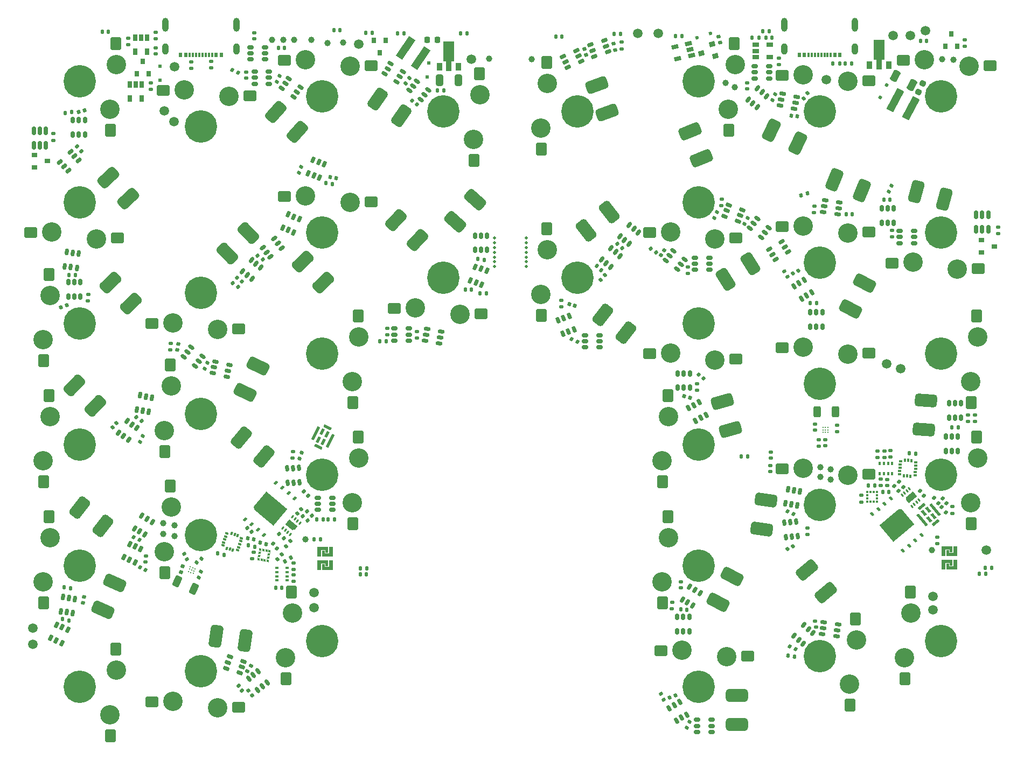
<source format=gbs>
G04 #@! TF.GenerationSoftware,KiCad,Pcbnew,(6.0.11-0)*
G04 #@! TF.CreationDate,2023-02-19T21:29:59+08:00*
G04 #@! TF.ProjectId,Combined,436f6d62-696e-4656-942e-6b696361645f,rev?*
G04 #@! TF.SameCoordinates,Original*
G04 #@! TF.FileFunction,Soldermask,Bot*
G04 #@! TF.FilePolarity,Negative*
%FSLAX46Y46*%
G04 Gerber Fmt 4.6, Leading zero omitted, Abs format (unit mm)*
G04 Created by KiCad (PCBNEW (6.0.11-0)) date 2023-02-19 21:29:59*
%MOMM*%
%LPD*%
G01*
G04 APERTURE LIST*
G04 Aperture macros list*
%AMRoundRect*
0 Rectangle with rounded corners*
0 $1 Rounding radius*
0 $2 $3 $4 $5 $6 $7 $8 $9 X,Y pos of 4 corners*
0 Add a 4 corners polygon primitive as box body*
4,1,4,$2,$3,$4,$5,$6,$7,$8,$9,$2,$3,0*
0 Add four circle primitives for the rounded corners*
1,1,$1+$1,$2,$3*
1,1,$1+$1,$4,$5*
1,1,$1+$1,$6,$7*
1,1,$1+$1,$8,$9*
0 Add four rect primitives between the rounded corners*
20,1,$1+$1,$2,$3,$4,$5,0*
20,1,$1+$1,$4,$5,$6,$7,0*
20,1,$1+$1,$6,$7,$8,$9,0*
20,1,$1+$1,$8,$9,$2,$3,0*%
%AMRotRect*
0 Rectangle, with rotation*
0 The origin of the aperture is its center*
0 $1 length*
0 $2 width*
0 $3 Rotation angle, in degrees counterclockwise*
0 Add horizontal line*
21,1,$1,$2,0,0,$3*%
%AMOutline4P*
0 Free polygon, 4 corners , with rotation*
0 The origin of the aperture is its center*
0 number of corners: always 4*
0 $1 to $8 corner X, Y*
0 $9 Rotation angle, in degrees counterclockwise*
0 create outline with 4 corners*
4,1,4,$1,$2,$3,$4,$5,$6,$7,$8,$1,$2,$9*%
%AMOutline5P*
0 Free polygon, 5 corners , with rotation*
0 The origin of the aperture is its center*
0 number of corners: always 5*
0 $1 to $10 corner X, Y*
0 $11 Rotation angle, in degrees counterclockwise*
0 create outline with 5 corners*
4,1,5,$1,$2,$3,$4,$5,$6,$7,$8,$9,$10,$1,$2,$11*%
%AMOutline6P*
0 Free polygon, 6 corners , with rotation*
0 The origin of the aperture is its center*
0 number of corners: always 6*
0 $1 to $12 corner X, Y*
0 $13 Rotation angle, in degrees counterclockwise*
0 create outline with 6 corners*
4,1,6,$1,$2,$3,$4,$5,$6,$7,$8,$9,$10,$11,$12,$1,$2,$13*%
%AMOutline7P*
0 Free polygon, 7 corners , with rotation*
0 The origin of the aperture is its center*
0 number of corners: always 7*
0 $1 to $14 corner X, Y*
0 $15 Rotation angle, in degrees counterclockwise*
0 create outline with 7 corners*
4,1,7,$1,$2,$3,$4,$5,$6,$7,$8,$9,$10,$11,$12,$13,$14,$1,$2,$15*%
%AMOutline8P*
0 Free polygon, 8 corners , with rotation*
0 The origin of the aperture is its center*
0 number of corners: always 8*
0 $1 to $16 corner X, Y*
0 $17 Rotation angle, in degrees counterclockwise*
0 create outline with 8 corners*
4,1,8,$1,$2,$3,$4,$5,$6,$7,$8,$9,$10,$11,$12,$13,$14,$15,$16,$1,$2,$17*%
%AMFreePoly0*
4,1,6,0.500000,-0.850000,-0.199999,-0.850000,-0.500000,-0.550000,-0.500000,0.850000,0.500000,0.850000,0.500000,-0.850000,0.500000,-0.850000,$1*%
%AMFreePoly1*
4,1,9,1.475000,0.375000,1.050000,0.375000,1.050000,0.775000,0.300000,0.775000,0.300000,-0.250000,-0.250000,-0.250000,-0.250000,1.250000,1.475000,1.250000,1.475000,0.375000,1.475000,0.375000,$1*%
%AMFreePoly2*
4,1,9,3.862500,-0.866500,0.737500,-0.866500,0.737500,-0.450000,-0.737500,-0.450000,-0.737500,0.450000,0.737500,0.450000,0.737500,0.866500,3.862500,0.866500,3.862500,-0.866500,3.862500,-0.866500,$1*%
G04 Aperture macros list end*
%ADD10RoundRect,0.500000X-1.246504X-0.508653X-0.551846X-1.227993X1.246504X0.508653X0.551846X1.227993X0*%
%ADD11RoundRect,0.500000X1.246504X0.508653X0.551846X1.227993X-1.246504X-0.508653X-0.551846X-1.227993X0*%
%ADD12RoundRect,0.500000X-1.278949X-0.420462X-0.636162X-1.186507X1.278949X0.420462X0.636162X1.186507X0*%
%ADD13RoundRect,0.500000X1.278949X0.420462X0.636162X1.186507X-1.278949X-0.420462X-0.636162X-1.186507X0*%
%ADD14C,3.050000*%
%ADD15C,5.100000*%
%ADD16RoundRect,0.170000X-0.830000X-0.680000X0.830000X-0.680000X0.830000X0.680000X-0.830000X0.680000X0*%
%ADD17RoundRect,0.170000X0.830000X0.680000X-0.830000X0.680000X-0.830000X-0.680000X0.830000X-0.680000X0*%
%ADD18RoundRect,0.170000X0.680000X-0.830000X0.680000X0.830000X-0.680000X0.830000X-0.680000X-0.830000X0*%
%ADD19RoundRect,0.170000X-0.680000X0.830000X-0.680000X-0.830000X0.680000X-0.830000X0.680000X0.830000X0*%
%ADD20RoundRect,0.500000X0.375571X-1.292844X1.163582X-0.677183X-0.375571X1.292844X-1.163582X0.677183X0*%
%ADD21RoundRect,0.500000X-0.375571X1.292844X-1.163582X0.677183X0.375571X-1.292844X1.163582X-0.677183X0*%
%ADD22C,0.500000*%
%ADD23RoundRect,0.500000X-1.255191X-0.486821X-0.573193X-1.218175X1.255191X0.486821X0.573193X1.218175X0*%
%ADD24RoundRect,0.500000X1.255191X0.486821X0.573193X1.218175X-1.255191X-0.486821X-0.573193X-1.218175X0*%
%ADD25RoundRect,0.500000X-0.868949X1.028313X-1.338420X0.145366X0.868949X-1.028313X1.338420X-0.145366X0*%
%ADD26RoundRect,0.500000X0.868949X-1.028313X1.338420X-0.145366X-0.868949X1.028313X-1.338420X0.145366X0*%
%ADD27RoundRect,0.500000X1.207986X0.594366X0.464841X1.263496X-1.207986X-0.594366X-0.464841X-1.263496X0*%
%ADD28RoundRect,0.500000X-1.207986X-0.594366X-0.464841X-1.263496X1.207986X0.594366X0.464841X1.263496X0*%
%ADD29RoundRect,0.500000X0.594366X-1.207986X1.263496X-0.464841X-0.594366X1.207986X-1.263496X0.464841X0*%
%ADD30RoundRect,0.500000X-0.594366X1.207986X-1.263496X0.464841X0.594366X-1.207986X1.263496X-0.464841X0*%
%ADD31RoundRect,0.500000X1.212077X-0.585978X1.281833X0.411586X-1.212077X0.585978X-1.281833X-0.411586X0*%
%ADD32RoundRect,0.500000X-1.212077X0.585978X-1.281833X-0.411586X1.212077X-0.585978X1.281833X0.411586X0*%
%ADD33RoundRect,0.500000X-0.669100X-1.168249X0.321168X-1.307422X0.669100X1.168249X-0.321168X1.307422X0*%
%ADD34RoundRect,0.500000X0.669100X1.168249X-0.321168X1.307422X-0.669100X-1.168249X0.321168X-1.307422X0*%
%ADD35RoundRect,0.500000X-1.250000X0.500000X-1.250000X-0.500000X1.250000X-0.500000X1.250000X0.500000X0*%
%ADD36RoundRect,0.500000X1.250000X-0.500000X1.250000X0.500000X-1.250000X0.500000X-1.250000X-0.500000X0*%
%ADD37RoundRect,0.500000X-0.931850X-0.971677X-0.004666X-1.346283X0.931850X0.971677X0.004666X1.346283X0*%
%ADD38RoundRect,0.500000X0.931850X0.971677X0.004666X1.346283X-0.931850X-0.971677X-0.004666X-1.346283X0*%
%ADD39RoundRect,0.500000X1.186507X0.636162X0.420462X1.278949X-1.186507X-0.636162X-0.420462X-1.278949X0*%
%ADD40RoundRect,0.500000X-1.186507X-0.636162X-0.420462X-1.278949X1.186507X0.636162X0.420462X1.278949X0*%
%ADD41RoundRect,0.500000X0.508653X-1.246504X1.227993X-0.551846X-0.508653X1.246504X-1.227993X0.551846X0*%
%ADD42RoundRect,0.500000X-0.508653X1.246504X-1.227993X0.551846X0.508653X-1.246504X1.227993X-0.551846X0*%
%ADD43RoundRect,0.500000X-0.806487X-1.077998X0.159439X-1.336817X0.806487X1.077998X-0.159439X1.336817X0*%
%ADD44RoundRect,0.500000X0.806487X1.077998X-0.159439X1.336817X-0.806487X-1.077998X0.159439X-1.336817X0*%
%ADD45RoundRect,0.500000X-0.938564X0.965194X-1.345300X0.051648X0.938564X-0.965194X1.345300X-0.051648X0*%
%ADD46RoundRect,0.500000X0.938564X-0.965194X1.345300X-0.051648X-0.938564X0.965194X-1.345300X0.051648X0*%
%ADD47RoundRect,0.500000X-0.904307X0.997361X-1.342678X0.098567X0.904307X-0.997361X1.342678X-0.098567X0*%
%ADD48RoundRect,0.500000X0.904307X-0.997361X1.342678X-0.098567X-0.904307X0.997361X-1.342678X0.098567X0*%
%ADD49RoundRect,0.500000X-0.238375X1.325020X-1.086423X0.795100X0.238375X-1.325020X1.086423X-0.795100X0*%
%ADD50RoundRect,0.500000X0.238375X-1.325020X1.086423X-0.795100X-0.238375X1.325020X-1.086423X0.795100X0*%
%ADD51RoundRect,0.500000X-1.339396X0.136084X-1.063758X-0.825178X1.339396X-0.136084X1.063758X0.825178X0*%
%ADD52RoundRect,0.500000X1.339396X-0.136084X1.063758X0.825178X-1.339396X0.136084X-1.063758X-0.825178X0*%
%ADD53RoundRect,0.500000X1.346283X0.004666X0.971677X0.931850X-1.346283X-0.004666X-0.971677X-0.931850X0*%
%ADD54RoundRect,0.500000X-1.346283X-0.004666X-0.971677X-0.931850X1.346283X0.004666X0.971677X0.931850X0*%
%ADD55RoundRect,0.500000X-1.345626X0.042321X-1.003606X-0.897371X1.345626X-0.042321X1.003606X0.897371X0*%
%ADD56RoundRect,0.500000X1.345626X-0.042321X1.003606X0.897371X-1.345626X0.042321X-1.003606X-0.897371X0*%
%ADD57RoundRect,0.500000X1.126547X0.737152X0.307395X1.310728X-1.126547X-0.737152X-0.307395X-1.310728X0*%
%ADD58RoundRect,0.500000X-1.126547X-0.737152X-0.307395X-1.310728X1.126547X0.737152X0.307395X1.310728X0*%
%ADD59RoundRect,0.500000X0.997361X0.904307X0.098567X1.342678X-0.997361X-0.904307X-0.098567X-1.342678X0*%
%ADD60RoundRect,0.500000X-0.997361X-0.904307X-0.098567X-1.342678X0.997361X0.904307X0.098567X1.342678X0*%
%ADD61RoundRect,0.500000X1.168249X-0.669100X1.307422X0.321168X-1.168249X0.669100X-1.307422X-0.321168X0*%
%ADD62RoundRect,0.500000X-1.168249X0.669100X-1.307422X-0.321168X1.168249X-0.669100X1.307422X0.321168X0*%
%ADD63RoundRect,0.500000X-1.163582X-0.677183X-0.375571X-1.292844X1.163582X0.677183X0.375571X1.292844X0*%
%ADD64RoundRect,0.500000X1.163582X0.677183X0.375571X1.292844X-1.163582X-0.677183X-0.375571X-1.292844X0*%
%ADD65RoundRect,0.500000X1.218175X0.573193X0.486821X1.255191X-1.218175X-0.573193X-0.486821X-1.255191X0*%
%ADD66RoundRect,0.500000X-1.218175X-0.573193X-0.486821X-1.255191X1.218175X0.573193X0.486821X1.255191X0*%
%ADD67RoundRect,0.500000X-1.227993X-0.551846X-0.508653X-1.246504X1.227993X0.551846X0.508653X1.246504X0*%
%ADD68RoundRect,0.500000X1.227993X0.551846X0.508653X1.246504X-1.227993X-0.551846X-0.508653X-1.246504X0*%
%ADD69RoundRect,0.150000X-0.150000X0.350000X-0.150000X-0.350000X0.150000X-0.350000X0.150000X0.350000X0*%
%ADD70RotRect,0.550000X0.250000X310.000000*%
%ADD71RotRect,0.550000X0.250000X130.000000*%
%ADD72FreePoly0,310.000000*%
%ADD73RoundRect,0.135000X-0.170514X-0.152889X0.093586X-0.209025X0.170514X0.152889X-0.093586X0.209025X0*%
%ADD74R,0.500000X0.500000*%
%ADD75RoundRect,0.150000X0.350000X0.150000X-0.350000X0.150000X-0.350000X-0.150000X0.350000X-0.150000X0*%
%ADD76RoundRect,0.140000X-0.172286X-0.137177X0.101596X-0.195393X0.172286X0.137177X-0.101596X0.195393X0*%
%ADD77RoundRect,0.135000X-0.217663X0.071224X-0.134228X-0.185561X0.217663X-0.071224X0.134228X0.185561X0*%
%ADD78RoundRect,0.140000X0.140000X0.170000X-0.140000X0.170000X-0.140000X-0.170000X0.140000X-0.170000X0*%
%ADD79C,1.000000*%
%ADD80FreePoly1,0.000000*%
%ADD81FreePoly1,180.000000*%
%ADD82RoundRect,0.140000X-0.140000X-0.170000X0.140000X-0.170000X0.140000X0.170000X-0.140000X0.170000X0*%
%ADD83R,0.900000X0.800000*%
%ADD84RotRect,1.200000X3.700000X152.000000*%
%ADD85RoundRect,0.150000X0.122724X0.360470X-0.345667X-0.159731X-0.122724X-0.360470X0.345667X0.159731X0*%
%ADD86RoundRect,0.140000X-0.036244X-0.217224X0.206244X-0.077224X0.036244X0.217224X-0.206244X0.077224X0*%
%ADD87RoundRect,0.150000X-0.333683X0.183455X0.097280X-0.368153X0.333683X-0.183455X-0.097280X0.368153X0*%
%ADD88RoundRect,0.135000X0.202436X0.107097X-0.040239X0.225457X-0.202436X-0.107097X0.040239X-0.225457X0*%
%ADD89RoundRect,0.135000X-0.054942X0.222332X-0.228495X0.015500X0.054942X-0.222332X0.228495X-0.015500X0*%
%ADD90C,1.500000*%
%ADD91RoundRect,0.140000X-0.170000X0.140000X-0.170000X-0.140000X0.170000X-0.140000X0.170000X0.140000X0*%
%ADD92R,0.800000X0.900000*%
%ADD93RoundRect,0.135000X-0.185000X0.135000X-0.185000X-0.135000X0.185000X-0.135000X0.185000X0.135000X0*%
%ADD94Outline4P,-0.225000X0.475000X0.225000X0.475000X0.225000X-0.475000X-0.225000X-0.475000X220.000000*%
%ADD95Outline6P,-0.225000X0.537500X-0.112500X0.650000X0.225000X0.650000X0.225000X-0.650000X-0.112500X-0.650000X-0.225000X-0.537500X130.000000*%
%ADD96Outline6P,-0.225000X1.037500X-0.112500X1.150000X0.225000X1.150000X0.225000X-1.150000X-0.112500X-1.150000X-0.225000X-1.037500X40.000000*%
%ADD97Outline6P,-0.225000X0.537500X-0.112500X0.650000X0.225000X0.650000X0.225000X-0.650000X-0.112500X-0.650000X-0.225000X-0.537500X310.000000*%
%ADD98Outline6P,-0.225000X1.037500X-0.112500X1.150000X0.225000X1.150000X0.225000X-1.150000X-0.112500X-1.150000X-0.225000X-1.037500X220.000000*%
%ADD99RoundRect,0.150000X0.097280X0.368153X-0.333683X-0.183455X-0.097280X-0.368153X0.333683X0.183455X0*%
%ADD100RoundRect,0.135000X-0.135000X-0.185000X0.135000X-0.185000X0.135000X0.185000X-0.135000X0.185000X0*%
%ADD101RoundRect,0.135000X0.175745X0.146845X-0.086234X0.212164X-0.175745X-0.146845X0.086234X-0.212164X0*%
%ADD102RoundRect,0.140000X0.214167X-0.051308X0.091423X0.200354X-0.214167X0.051308X-0.091423X-0.200354X0*%
%ADD103RoundRect,0.135000X-0.078777X-0.215044X0.180763X-0.140622X0.078777X0.215044X-0.180763X0.140622X0*%
%ADD104RoundRect,0.250000X-0.312500X-0.625000X0.312500X-0.625000X0.312500X0.625000X-0.312500X0.625000X0*%
%ADD105RoundRect,0.250000X-0.592114X-0.421338X-0.018199X-0.726494X0.592114X0.421338X0.018199X0.726494X0*%
%ADD106RoundRect,0.140000X0.154435X-0.157003X0.183703X0.121463X-0.154435X0.157003X-0.183703X-0.121463X0*%
%ADD107RoundRect,0.135000X-0.147576X-0.175132X0.121766X-0.193966X0.147576X0.175132X-0.121766X0.193966X0*%
%ADD108RoundRect,0.140000X-0.105176X0.193489X-0.210066X-0.066123X0.105176X-0.193489X0.210066X0.066123X0*%
%ADD109R,0.540000X0.800000*%
%ADD110R,0.300000X0.800000*%
%ADD111O,1.000000X2.200000*%
%ADD112O,1.000000X1.800000*%
%ADD113RoundRect,0.140000X0.170000X-0.140000X0.170000X0.140000X-0.170000X0.140000X-0.170000X-0.140000X0*%
%ADD114RoundRect,0.150000X0.367470X0.099830X-0.325718X0.197251X-0.367470X-0.099830X0.325718X-0.197251X0*%
%ADD115RoundRect,0.135000X-0.215044X0.078777X-0.140622X-0.180763X0.215044X-0.078777X0.140622X0.180763X0*%
%ADD116RoundRect,0.150000X0.370730X0.086944X-0.318635X0.208498X-0.370730X-0.086944X0.318635X-0.208498X0*%
%ADD117RoundRect,0.150000X-0.073953X0.373538X-0.219491X-0.311165X0.073953X-0.373538X0.219491X0.311165X0*%
%ADD118RoundRect,0.140000X-0.145848X-0.165011X0.133982X-0.174782X0.145848X0.165011X-0.133982X0.174782X0*%
%ADD119RoundRect,0.135000X0.185000X-0.135000X0.185000X0.135000X-0.185000X0.135000X-0.185000X-0.135000X0*%
%ADD120RoundRect,0.150000X-0.258730X-0.279390X0.380751X0.005326X0.258730X0.279390X-0.380751X-0.005326X0*%
%ADD121RoundRect,0.140000X0.055243X-0.213186X0.219823X0.013339X-0.055243X0.213186X-0.219823X-0.013339X0*%
%ADD122RoundRect,0.150000X0.084372X0.371324X-0.327077X-0.194988X-0.084372X-0.371324X0.327077X0.194988X0*%
%ADD123RoundRect,0.150000X-0.373538X-0.073953X0.311165X-0.219491X0.373538X0.073953X-0.311165X0.219491X0*%
%ADD124RotRect,0.550000X0.250000X50.000000*%
%ADD125RotRect,0.550000X0.250000X230.000000*%
%ADD126FreePoly0,50.000000*%
%ADD127RoundRect,0.150000X-0.376305X0.058265X0.217329X-0.312679X0.376305X-0.058265X-0.217329X0.312679X0*%
%ADD128RoundRect,0.140000X0.162297X0.148861X-0.114978X0.187830X-0.162297X-0.148861X0.114978X-0.187830X0*%
%ADD129RoundRect,0.135000X-0.227715X0.024413X-0.092715X-0.209413X0.227715X-0.024413X0.092715X0.209413X0*%
%ADD130RoundRect,0.140000X-0.211128X-0.062649X0.021002X-0.219223X0.211128X0.062649X-0.021002X0.219223X0*%
%ADD131RoundRect,0.135000X0.164411X-0.159433X0.201988X0.107939X-0.164411X0.159433X-0.201988X-0.107939X0*%
%ADD132RoundRect,0.135000X0.228495X0.015500X0.054942X0.222332X-0.228495X-0.015500X-0.054942X-0.222332X0*%
%ADD133RoundRect,0.135000X-0.222101X0.055868X-0.120957X-0.194472X0.222101X-0.055868X0.120957X0.194472X0*%
%ADD134RoundRect,0.150000X-0.368153X0.097280X0.183455X-0.333683X0.368153X-0.097280X-0.183455X0.333683X0*%
%ADD135RoundRect,0.147500X0.147500X0.172500X-0.147500X0.172500X-0.147500X-0.172500X0.147500X-0.172500X0*%
%ADD136RoundRect,0.150000X-0.005326X-0.380751X0.279390X0.258730X0.005326X0.380751X-0.279390X-0.258730X0*%
%ADD137RoundRect,0.150000X-0.367470X-0.099830X0.325718X-0.197251X0.367470X0.099830X-0.325718X0.197251X0*%
%ADD138RoundRect,0.135000X0.007516X-0.228896X0.220279X-0.062668X-0.007516X0.228896X-0.220279X0.062668X0*%
%ADD139RoundRect,0.140000X0.218799X0.025036X0.017384X0.219540X-0.218799X-0.025036X-0.017384X-0.219540X0*%
%ADD140RoundRect,0.150000X0.368153X-0.097280X-0.183455X0.333683X-0.368153X0.097280X0.183455X-0.333683X0*%
%ADD141RoundRect,0.140000X-0.137177X0.172286X-0.195393X-0.101596X0.137177X-0.172286X0.195393X0.101596X0*%
%ADD142RoundRect,0.135000X-0.165074X-0.158747X0.100824X-0.205632X0.165074X0.158747X-0.100824X0.205632X0*%
%ADD143RoundRect,0.150000X0.150000X-0.350000X0.150000X0.350000X-0.150000X0.350000X-0.150000X-0.350000X0*%
%ADD144RoundRect,0.135000X-0.070317X0.217958X-0.229019X-0.000477X0.070317X-0.217958X0.229019X0.000477X0*%
%ADD145RoundRect,0.135000X0.224114X0.047149X0.023465X0.227814X-0.224114X-0.047149X-0.023465X-0.227814X0*%
%ADD146RoundRect,0.140000X0.214984X0.047769X-0.005659X0.220154X-0.214984X-0.047769X0.005659X-0.220154X0*%
%ADD147RoundRect,0.135000X-0.180176X0.141374X-0.189599X-0.128461X0.180176X-0.141374X0.189599X0.128461X0*%
%ADD148RoundRect,0.150000X0.045096X0.378109X-0.304904X-0.228109X-0.045096X-0.378109X0.304904X0.228109X0*%
%ADD149RoundRect,0.140000X-0.040237X0.216520X-0.220218X0.002028X0.040237X-0.216520X0.220218X-0.002028X0*%
%ADD150RoundRect,0.135000X0.159433X0.164411X-0.107939X0.201988X-0.159433X-0.164411X0.107939X-0.201988X0*%
%ADD151RoundRect,0.135000X-0.085350X0.212522X-0.228428X-0.016451X0.085350X-0.212522X0.228428X0.016451X0*%
%ADD152Outline5P,-0.200000X0.260000X-0.160000X0.300000X0.200000X0.300000X0.200000X-0.300000X-0.200000X-0.300000X220.000000*%
%ADD153Outline5P,-1.700000X1.810000X-1.360000X2.150000X1.700000X2.150000X1.700000X-2.150000X-1.700000X-2.150000X310.000000*%
%ADD154RoundRect,0.135000X0.198575X0.114096X-0.048082X0.223915X-0.198575X-0.114096X0.048082X-0.223915X0*%
%ADD155RoundRect,0.135000X-0.224114X-0.047149X-0.023465X-0.227814X0.224114X0.047149X0.023465X0.227814X0*%
%ADD156RoundRect,0.135000X-0.222332X-0.054942X-0.015500X-0.228495X0.222332X0.054942X0.015500X0.228495X0*%
%ADD157RoundRect,0.135000X0.135000X0.185000X-0.135000X0.185000X-0.135000X-0.185000X0.135000X-0.185000X0*%
%ADD158RoundRect,0.140000X0.219823X-0.013339X0.055243X0.213186X-0.219823X0.013339X-0.055243X-0.213186X0*%
%ADD159RoundRect,0.140000X-0.214984X-0.047769X0.005659X-0.220154X0.214984X0.047769X-0.005659X0.220154X0*%
%ADD160R,0.900000X1.300000*%
%ADD161FreePoly2,90.000000*%
%ADD162RoundRect,0.150000X-0.045096X-0.378109X0.304904X0.228109X0.045096X0.378109X-0.304904X-0.228109X0*%
%ADD163RoundRect,0.150000X-0.150000X0.512500X-0.150000X-0.512500X0.150000X-0.512500X0.150000X0.512500X0*%
%ADD164RoundRect,0.135000X0.107097X-0.202436X0.225457X0.040239X-0.107097X0.202436X-0.225457X-0.040239X0*%
%ADD165RoundRect,0.135000X-0.146845X0.175745X-0.212164X-0.086234X0.146845X-0.175745X0.212164X0.086234X0*%
%ADD166RoundRect,0.135000X0.099967X-0.206050X0.226724X0.032346X-0.099967X0.206050X-0.226724X-0.032346X0*%
%ADD167RoundRect,0.135000X-0.228896X-0.007516X-0.062668X-0.220279X0.228896X0.007516X0.062668X0.220279X0*%
%ADD168RoundRect,0.135000X-0.016451X-0.228428X0.212522X-0.085350X0.016451X0.228428X-0.212522X0.085350X0*%
%ADD169RoundRect,0.135000X-0.077881X0.215371X-0.228863X-0.008469X0.077881X-0.215371X0.228863X0.008469X0*%
%ADD170RoundRect,0.135000X-0.114096X0.198575X-0.223915X-0.048082X0.114096X-0.198575X0.223915X0.048082X0*%
%ADD171Outline4P,-0.225000X0.475000X0.225000X0.475000X0.225000X-0.475000X-0.225000X-0.475000X154.000000*%
%ADD172Outline6P,-0.225000X0.537500X-0.112500X0.650000X0.225000X0.650000X0.225000X-0.650000X-0.112500X-0.650000X-0.225000X-0.537500X64.000000*%
%ADD173Outline6P,-0.225000X1.037500X-0.112500X1.150000X0.225000X1.150000X0.225000X-1.150000X-0.112500X-1.150000X-0.225000X-1.037500X334.000000*%
%ADD174Outline6P,-0.225000X0.537500X-0.112500X0.650000X0.225000X0.650000X0.225000X-0.650000X-0.112500X-0.650000X-0.225000X-0.537500X244.000000*%
%ADD175Outline6P,-0.225000X1.037500X-0.112500X1.150000X0.225000X1.150000X0.225000X-1.150000X-0.112500X-1.150000X-0.225000X-1.037500X154.000000*%
%ADD176RoundRect,0.140000X0.200354X0.091423X-0.051308X0.214167X-0.200354X-0.091423X0.051308X-0.214167X0*%
%ADD177RoundRect,0.087500X0.205362X0.025277X-0.151284X0.141158X-0.205362X-0.025277X0.151284X-0.141158X0*%
%ADD178RoundRect,0.087500X0.141158X0.151284X-0.025277X0.205362X-0.141158X-0.151284X0.025277X-0.205362X0*%
%ADD179RoundRect,0.135000X0.062668X-0.220279X0.228896X-0.007516X-0.062668X0.220279X-0.228896X0.007516X0*%
%ADD180RoundRect,0.135000X0.180763X0.140622X-0.078777X0.215044X-0.180763X-0.140622X0.078777X-0.215044X0*%
%ADD181RoundRect,0.135000X-0.159433X-0.164411X0.107939X-0.201988X0.159433X0.164411X-0.107939X0.201988X0*%
%ADD182RoundRect,0.150000X0.005326X0.380751X-0.279390X-0.258730X-0.005326X-0.380751X0.279390X0.258730X0*%
%ADD183RoundRect,0.140000X0.220218X0.002028X0.040237X0.216520X-0.220218X-0.002028X-0.040237X-0.216520X0*%
%ADD184RotRect,0.375000X0.350000X260.000000*%
%ADD185RotRect,0.375000X0.350000X170.000000*%
%ADD186RoundRect,0.135000X-0.220279X-0.062668X-0.007516X-0.228896X0.220279X0.062668X0.007516X0.228896X0*%
%ADD187RoundRect,0.150000X0.371324X-0.084372X-0.194988X0.327077X-0.371324X0.084372X0.194988X-0.327077X0*%
%ADD188RoundRect,0.225000X0.126065X-0.311821X0.323332X0.092636X-0.126065X0.311821X-0.323332X-0.092636X0*%
%ADD189R,0.500000X0.350000*%
%ADD190C,0.310000*%
%ADD191RoundRect,0.150000X-0.350000X-0.150000X0.350000X-0.150000X0.350000X0.150000X-0.350000X0.150000X0*%
%ADD192RotRect,0.900000X0.800000X196.000000*%
%ADD193RoundRect,0.140000X-0.165011X0.145848X-0.174782X-0.133982X0.165011X-0.145848X0.174782X0.133982X0*%
%ADD194RoundRect,0.150000X0.296757X-0.238611X-0.031873X0.379452X-0.296757X0.238611X0.031873X-0.379452X0*%
%ADD195RoundRect,0.150000X-0.147570X-0.351031X0.355968X0.135229X0.147570X0.351031X-0.355968X-0.135229X0*%
%ADD196RoundRect,0.135000X0.180176X-0.141374X0.189599X0.128461X-0.180176X0.141374X-0.189599X-0.128461X0*%
%ADD197RoundRect,0.150000X0.183455X0.333683X-0.368153X-0.097280X-0.183455X-0.333683X0.368153X0.097280X0*%
%ADD198RoundRect,0.150000X0.110069X0.364534X-0.339882X-0.171697X-0.110069X-0.364534X0.339882X0.171697X0*%
%ADD199RoundRect,0.150000X-0.099830X0.367470X-0.197251X-0.325718X0.099830X-0.367470X0.197251X0.325718X0*%
%ADD200RoundRect,0.140000X-0.087718X-0.202004X0.181435X-0.124825X0.087718X0.202004X-0.181435X0.124825X0*%
%ADD201RoundRect,0.140000X0.073414X0.207631X-0.189700X0.111865X-0.073414X-0.207631X0.189700X-0.111865X0*%
%ADD202RoundRect,0.135000X0.170514X0.152889X-0.093586X0.209025X-0.170514X-0.152889X0.093586X-0.209025X0*%
%ADD203RoundRect,0.150000X0.304904X-0.228109X-0.045096X0.378109X-0.304904X0.228109X0.045096X-0.378109X0*%
%ADD204RoundRect,0.225000X-0.225000X-0.250000X0.225000X-0.250000X0.225000X0.250000X-0.225000X0.250000X0*%
%ADD205RoundRect,0.135000X-0.120957X0.194472X-0.222101X-0.055868X0.120957X-0.194472X0.222101X0.055868X0*%
%ADD206RoundRect,0.140000X0.036244X0.217224X-0.206244X0.077224X-0.036244X-0.217224X0.206244X-0.077224X0*%
%ADD207RotRect,1.060000X0.650000X194.000000*%
%ADD208RoundRect,0.135000X0.114096X-0.198575X0.223915X0.048082X-0.114096X0.198575X-0.223915X-0.048082X0*%
%ADD209RoundRect,0.135000X0.220279X0.062668X0.007516X0.228896X-0.220279X-0.062668X-0.007516X-0.228896X0*%
%ADD210RoundRect,0.140000X-0.195393X0.101596X-0.137177X-0.172286X0.195393X-0.101596X0.137177X0.172286X0*%
%ADD211R,0.650000X1.060000*%
%ADD212R,1.060000X0.650000*%
%ADD213RoundRect,0.135000X0.185561X0.134228X-0.071224X0.217663X-0.185561X-0.134228X0.071224X-0.217663X0*%
%ADD214RoundRect,0.147500X-0.172500X0.147500X-0.172500X-0.147500X0.172500X-0.147500X0.172500X0.147500X0*%
%ADD215RoundRect,0.150000X-0.286517X-0.250814X0.379222X-0.034503X0.286517X0.250814X-0.379222X0.034503X0*%
%ADD216RoundRect,0.135000X0.212164X-0.086234X0.146845X0.175745X-0.212164X0.086234X-0.146845X-0.175745X0*%
%ADD217RoundRect,0.150000X-0.185763X0.332403X-0.112593X-0.363762X0.185763X-0.332403X0.112593X0.363762X0*%
%ADD218RoundRect,0.140000X0.137177X-0.172286X0.195393X0.101596X-0.137177X0.172286X-0.195393X-0.101596X0*%
%ADD219RoundRect,0.135000X-0.099967X0.206050X-0.226724X-0.032346X0.099967X-0.206050X0.226724X0.032346X0*%
%ADD220R,0.350000X0.500000*%
%ADD221RoundRect,0.135000X-0.206050X-0.099967X0.032346X-0.226724X0.206050X0.099967X-0.032346X0.226724X0*%
%ADD222RotRect,0.500000X0.500000X242.000000*%
%ADD223RoundRect,0.135000X-0.228863X0.008469X-0.077881X-0.215371X0.228863X-0.008469X0.077881X0.215371X0*%
%ADD224RoundRect,0.150000X0.007965X-0.380705X0.270190X0.268323X-0.007965X0.380705X-0.270190X-0.268323X0*%
%ADD225RoundRect,0.147500X-0.147500X-0.172500X0.147500X-0.172500X0.147500X0.172500X-0.147500X0.172500X0*%
%ADD226RoundRect,0.135000X0.228896X0.007516X0.062668X0.220279X-0.228896X-0.007516X-0.062668X-0.220279X0*%
%ADD227Outline5P,-0.200000X0.260000X-0.160000X0.300000X0.200000X0.300000X0.200000X-0.300000X-0.200000X-0.300000X320.000000*%
%ADD228Outline5P,-1.700000X1.810000X-1.360000X2.150000X1.700000X2.150000X1.700000X-2.150000X-1.700000X-2.150000X50.000000*%
%ADD229RoundRect,0.135000X0.226857X0.031401X0.039299X0.225623X-0.226857X-0.031401X-0.039299X-0.225623X0*%
%ADD230RoundRect,0.135000X0.127670X-0.190132X0.220016X0.063585X-0.127670X0.190132X-0.220016X-0.063585X0*%
%ADD231RoundRect,0.150000X0.260661X-0.277589X0.021247X0.380195X-0.260661X0.277589X-0.021247X-0.380195X0*%
%ADD232RoundRect,0.150000X-0.110069X-0.364534X0.339882X0.171697X0.110069X0.364534X-0.339882X-0.171697X0*%
%ADD233RoundRect,0.150000X0.086944X-0.370730X0.208498X0.318635X-0.086944X0.370730X-0.208498X-0.318635X0*%
%ADD234RoundRect,0.150000X0.380195X0.021247X-0.277589X0.260661X-0.380195X-0.021247X0.277589X-0.260661X0*%
%ADD235RoundRect,0.135000X0.217958X0.070317X-0.000477X0.229019X-0.217958X-0.070317X0.000477X-0.229019X0*%
%ADD236RoundRect,0.150000X0.162123X-0.344552X0.137694X0.355022X-0.162123X0.344552X-0.137694X-0.355022X0*%
%ADD237RoundRect,0.250000X-0.325000X-0.650000X0.325000X-0.650000X0.325000X0.650000X-0.325000X0.650000X0*%
%ADD238RotRect,0.500000X0.500000X16.000000*%
%ADD239RoundRect,0.087500X-0.193147X-0.074208X0.180940X-0.100366X0.193147X0.074208X-0.180940X0.100366X0*%
%ADD240RoundRect,0.087500X-0.100366X-0.180940X0.074208X-0.193147X0.100366X0.180940X-0.074208X0.193147X0*%
%ADD241RoundRect,0.135000X-0.127670X0.190132X-0.220016X-0.063585X0.127670X-0.190132X0.220016X0.063585X0*%
%ADD242RoundRect,0.150000X0.021247X-0.380195X0.260661X0.277589X-0.021247X0.380195X-0.260661X-0.277589X0*%
%ADD243RoundRect,0.140000X-0.220218X-0.002028X-0.040237X-0.216520X0.220218X0.002028X0.040237X0.216520X0*%
%ADD244RotRect,0.500000X0.500000X84.000000*%
%ADD245RoundRect,0.135000X-0.198575X-0.114096X0.048082X-0.223915X0.198575X0.114096X-0.048082X0.223915X0*%
%ADD246RoundRect,0.135000X0.120957X-0.194472X0.222101X0.055868X-0.120957X0.194472X-0.222101X-0.055868X0*%
%ADD247RoundRect,0.140000X-0.185681X-0.118417X0.080615X-0.204942X0.185681X0.118417X-0.080615X0.204942X0*%
%ADD248RoundRect,0.140000X0.040237X-0.216520X0.220218X-0.002028X-0.040237X0.216520X-0.220218X0.002028X0*%
%ADD249RoundRect,0.150000X-0.217329X-0.312679X0.376305X0.058265X0.217329X0.312679X-0.376305X-0.058265X0*%
%ADD250RoundRect,0.135000X-0.169875X0.153598X-0.198098X-0.114923X0.169875X-0.153598X0.198098X0.114923X0*%
%ADD251RotRect,1.200000X3.700000X326.000000*%
%ADD252RoundRect,0.140000X-0.216520X-0.040237X-0.002028X-0.220218X0.216520X0.040237X0.002028X0.220218X0*%
%ADD253RoundRect,0.150000X0.375892X0.060872X-0.303315X0.230217X-0.375892X-0.060872X0.303315X-0.230217X0*%
%ADD254RoundRect,0.150000X0.312679X-0.217329X-0.058265X0.376305X-0.312679X0.217329X0.058265X-0.376305X0*%
%ADD255RoundRect,0.140000X-0.124825X0.181435X-0.202004X-0.087718X0.124825X-0.181435X0.202004X0.087718X0*%
%ADD256RoundRect,0.250000X0.539693X0.443861X-0.031273X0.698071X-0.539693X-0.443861X0.031273X-0.698071X0*%
%ADD257R,0.350000X0.375000*%
%ADD258R,0.375000X0.350000*%
%ADD259RoundRect,0.150000X-0.379222X-0.034503X0.286517X-0.250814X0.379222X0.034503X-0.286517X0.250814X0*%
%ADD260RoundRect,0.150000X-0.021247X0.380195X-0.260661X-0.277589X0.021247X-0.380195X0.260661X0.277589X0*%
%ADD261RoundRect,0.140000X-0.073414X-0.207631X0.189700X-0.111865X0.073414X0.207631X-0.189700X0.111865X0*%
%ADD262RoundRect,0.135000X-0.107939X-0.201988X0.159433X-0.164411X0.107939X0.201988X-0.159433X0.164411X0*%
G04 APERTURE END LIST*
D10*
X40776242Y-56669505D03*
D11*
X43971671Y-59978468D03*
D12*
X150204133Y-101889687D03*
D13*
X153160956Y-105413491D03*
D14*
X156639555Y-48856330D03*
X149639555Y-47806330D03*
D15*
X152239555Y-53556330D03*
D16*
X146339014Y-47906330D03*
D17*
X159940096Y-48756330D03*
D15*
X35940243Y-101180737D03*
D14*
X31240243Y-96780737D03*
X30190243Y-103780737D03*
D18*
X30290243Y-107081278D03*
D19*
X31140243Y-93480196D03*
D20*
X115512583Y-48437792D03*
D21*
X119137432Y-45605750D03*
D14*
X88690243Y-60636987D03*
X95690243Y-61686987D03*
D15*
X93090243Y-55936987D03*
D17*
X98990784Y-61586987D03*
D16*
X85389702Y-60736987D03*
D22*
X101115267Y-52664238D03*
X101115267Y-54164238D03*
D14*
X128489555Y-96781330D03*
D15*
X133189555Y-101181330D03*
D14*
X127439555Y-103781330D03*
D18*
X127539555Y-107081871D03*
D19*
X128389555Y-93480789D03*
D23*
X40398844Y-40129024D03*
D24*
X43536036Y-43493251D03*
D15*
X54990243Y-96418237D03*
D14*
X49240243Y-99018237D03*
X50290243Y-92018237D03*
D18*
X49340243Y-102318778D03*
D19*
X50190243Y-88717696D03*
D14*
X128489555Y-77731330D03*
X127439555Y-84731330D03*
D15*
X133189555Y-82131330D03*
D18*
X127539555Y-88031871D03*
D19*
X128389555Y-74430789D03*
D15*
X152239555Y-91656330D03*
D14*
X149639555Y-85906330D03*
X156639555Y-86956330D03*
D16*
X146339014Y-86006330D03*
D17*
X159940096Y-86856330D03*
D15*
X133189555Y-63081330D03*
D14*
X128789555Y-67781330D03*
X135789555Y-68831330D03*
D17*
X139090096Y-68731330D03*
D16*
X125489014Y-67881330D03*
D14*
X50290243Y-72968237D03*
X49240243Y-79968237D03*
D15*
X54990243Y-77368237D03*
D18*
X49340243Y-83268778D03*
D19*
X50190243Y-69667696D03*
D14*
X52390243Y-26374487D03*
D15*
X54990243Y-32124487D03*
D14*
X59390243Y-27424487D03*
D16*
X49089702Y-26474487D03*
D17*
X62690784Y-27324487D03*
D15*
X74040243Y-113086987D03*
D14*
X68290243Y-115686987D03*
X69340243Y-108686987D03*
D18*
X68390243Y-118987528D03*
D19*
X69240243Y-105386446D03*
D14*
X135789555Y-49781330D03*
D15*
X133189555Y-44031330D03*
D14*
X128789555Y-48731330D03*
D17*
X139090096Y-49681330D03*
D16*
X125489014Y-48831330D03*
D14*
X108389561Y-58537578D03*
D15*
X114139561Y-55937578D03*
D14*
X109439561Y-51537578D03*
D18*
X108489561Y-61838119D03*
D19*
X109339561Y-48237037D03*
D25*
X159291618Y-56724937D03*
D26*
X157132049Y-60786496D03*
D27*
X70169083Y-32931162D03*
D28*
X66750617Y-29853161D03*
D29*
X94973118Y-47091577D03*
D30*
X98051119Y-43673111D03*
D14*
X38540243Y-49780737D03*
D15*
X35940243Y-44030737D03*
D14*
X31540243Y-48730737D03*
D17*
X41840784Y-49680737D03*
D16*
X28239702Y-48830737D03*
D22*
X101115267Y-49664238D03*
D31*
X168625326Y-79785620D03*
D32*
X168946206Y-75196826D03*
D15*
X35940243Y-24980737D03*
D14*
X40640243Y-29380737D03*
X41690243Y-22380737D03*
D19*
X41590243Y-19080196D03*
D18*
X40740243Y-32681278D03*
D33*
X57368560Y-112332159D03*
D34*
X61923793Y-112972355D03*
D14*
X71440243Y-21611987D03*
X78440243Y-22661987D03*
D15*
X74040243Y-27361987D03*
D16*
X68139702Y-21711987D03*
D17*
X81740784Y-22561987D03*
D14*
X78740243Y-72243237D03*
X79790243Y-65243237D03*
D15*
X74040243Y-67843237D03*
D19*
X79690243Y-61942696D03*
D18*
X78840243Y-75543778D03*
D15*
X133189555Y-24981330D03*
D14*
X138939555Y-22381330D03*
X137889555Y-29381330D03*
D19*
X138839555Y-19080789D03*
D18*
X137989555Y-32681871D03*
D35*
X139187619Y-121624437D03*
D36*
X139187619Y-126224437D03*
D14*
X175989555Y-72243830D03*
X177039555Y-65243830D03*
D15*
X171289555Y-67843830D03*
D19*
X176939555Y-61943289D03*
D18*
X176089555Y-75544371D03*
D14*
X149639561Y-66856328D03*
X156639561Y-67906328D03*
D15*
X152239561Y-72606328D03*
D16*
X146339020Y-66956328D03*
D17*
X159940102Y-67806328D03*
D14*
X30190243Y-84730737D03*
D15*
X35940243Y-82130737D03*
D14*
X31240243Y-77730737D03*
D18*
X30290243Y-88031278D03*
D19*
X31140243Y-74430196D03*
D22*
X101115267Y-51914238D03*
D14*
X40640243Y-124630737D03*
D15*
X35940243Y-120230737D03*
D14*
X41690243Y-117630737D03*
D19*
X41590243Y-114330196D03*
D18*
X40740243Y-127931278D03*
D37*
X154577217Y-40498318D03*
D38*
X158842263Y-42221508D03*
D25*
X138448829Y-102947464D03*
D26*
X136289260Y-107009023D03*
D39*
X64858221Y-84009868D03*
D40*
X61334417Y-81053045D03*
D14*
X175989555Y-91293830D03*
X177039555Y-84293830D03*
D15*
X171289555Y-86893830D03*
D19*
X176939555Y-80993289D03*
D18*
X176089555Y-94594371D03*
D41*
X59115511Y-52081238D03*
D42*
X62424474Y-48885809D03*
D14*
X108389561Y-32343828D03*
X109439561Y-25343828D03*
D15*
X114139561Y-29743828D03*
D18*
X108489561Y-35644369D03*
D19*
X109339561Y-22043287D03*
D43*
X167416981Y-42398754D03*
D44*
X171860239Y-43589321D03*
D45*
X41475403Y-103957886D03*
D46*
X39604415Y-108160195D03*
D47*
X63970335Y-69833337D03*
D48*
X61953827Y-73967789D03*
D49*
X141317196Y-53736527D03*
D50*
X137416175Y-56174155D03*
D51*
X136909207Y-75405762D03*
D52*
X138177139Y-79827566D03*
D15*
X54990243Y-117849437D03*
D14*
X50590243Y-122549437D03*
X57590243Y-123599437D03*
D17*
X60890784Y-123499437D03*
D16*
X47289702Y-122649437D03*
D22*
X101115267Y-50414238D03*
D14*
X173889555Y-54543830D03*
D15*
X171289555Y-48793830D03*
D14*
X166889555Y-53493830D03*
D17*
X177190096Y-54443830D03*
D16*
X163589014Y-53593830D03*
D14*
X168689561Y-21612580D03*
D15*
X171289561Y-27362580D03*
D14*
X175689561Y-22662580D03*
D16*
X165389020Y-21712580D03*
D17*
X178990102Y-22562580D03*
D22*
X106115267Y-50414238D03*
X106115267Y-53414238D03*
D53*
X133614225Y-37141354D03*
D54*
X131891035Y-32876308D03*
D55*
X117228273Y-25599116D03*
D56*
X118801566Y-29921702D03*
D57*
X86483113Y-30437938D03*
D58*
X82715014Y-27799486D03*
D22*
X106115267Y-51164238D03*
D14*
X130589555Y-114481330D03*
X137589555Y-115531330D03*
D15*
X133189555Y-120231330D03*
D16*
X127289014Y-114581330D03*
D17*
X140890096Y-115431330D03*
D22*
X106115267Y-51914238D03*
D14*
X156939561Y-119868830D03*
X157989561Y-112868830D03*
D15*
X152239561Y-115468830D03*
D19*
X157889561Y-109568289D03*
D18*
X157039561Y-123169371D03*
D59*
X148783931Y-34725358D03*
D60*
X144649479Y-32708850D03*
D14*
X149639555Y-23993830D03*
D15*
X152239555Y-29743830D03*
D14*
X156639555Y-25043830D03*
D16*
X146339014Y-24093830D03*
D17*
X159940096Y-24943830D03*
D14*
X79790243Y-84293237D03*
D15*
X74040243Y-86893237D03*
D14*
X78740243Y-91293237D03*
D19*
X79690243Y-80992696D03*
D18*
X78840243Y-94593778D03*
D22*
X101115267Y-51164238D03*
D61*
X143165954Y-95445768D03*
D62*
X143806150Y-90890535D03*
D63*
X35925535Y-92095327D03*
D64*
X39550385Y-94927369D03*
D15*
X171289555Y-113087580D03*
D14*
X165539555Y-115687580D03*
X166589555Y-108687580D03*
D18*
X165639555Y-118988121D03*
D19*
X166489555Y-105387039D03*
D22*
X106115267Y-52664238D03*
D65*
X89027917Y-49974347D03*
D66*
X85663690Y-46837155D03*
D15*
X35940243Y-63080737D03*
D14*
X31240243Y-58680737D03*
X30190243Y-65680737D03*
D18*
X30290243Y-68981278D03*
D19*
X31140243Y-55380196D03*
D22*
X106115267Y-49664238D03*
X101115267Y-53414238D03*
D63*
X118128553Y-61759754D03*
D64*
X121753403Y-64591796D03*
D11*
X74177244Y-56691969D03*
D10*
X70981815Y-53383006D03*
D14*
X78440243Y-44093237D03*
X71440243Y-43043237D03*
D15*
X74040243Y-48793237D03*
D16*
X68139702Y-43143237D03*
D17*
X81740784Y-43993237D03*
D22*
X106115267Y-54164238D03*
D15*
X54990243Y-58318237D03*
D14*
X57590243Y-64068237D03*
X50590243Y-63018237D03*
D17*
X60890784Y-63968237D03*
D16*
X47289702Y-63118237D03*
D67*
X35087011Y-72840492D03*
D68*
X38395974Y-76035920D03*
D15*
X93090243Y-29743237D03*
D14*
X97790243Y-34143237D03*
X98840243Y-27143237D03*
D19*
X98740243Y-23842696D03*
D18*
X97890243Y-37443778D03*
D69*
X172059561Y-80935078D03*
X173009561Y-80935078D03*
X173959561Y-80935078D03*
X173959561Y-83210078D03*
X173009561Y-83210078D03*
X172059561Y-83210078D03*
D70*
X165209752Y-90084566D03*
X165592774Y-89763173D03*
X165975797Y-89441779D03*
D71*
X166358819Y-89120385D03*
D70*
X167869370Y-90920590D03*
X167486348Y-91241983D03*
X167103325Y-91563377D03*
X166720303Y-91884771D03*
D72*
X166539561Y-90502578D03*
D73*
X33462888Y-104579702D03*
X34460598Y-104791772D03*
D74*
X48551743Y-22605737D03*
X48551743Y-24805737D03*
D75*
X87689243Y-63905737D03*
X87689243Y-64855737D03*
X87689243Y-65805737D03*
X85414243Y-65805737D03*
X85414243Y-64855737D03*
X85414243Y-63905737D03*
D76*
X62332232Y-96855939D03*
X63271254Y-97055535D03*
D77*
X115241962Y-19927539D03*
X115557160Y-20897617D03*
D78*
X111749561Y-17972578D03*
X110789561Y-17972578D03*
D79*
X72301743Y-18455737D03*
D80*
X171634561Y-99452578D03*
D81*
X173584561Y-98452578D03*
D82*
X162139561Y-89592578D03*
X163099561Y-89592578D03*
D83*
X28851743Y-38530737D03*
X28851743Y-36630737D03*
X30851743Y-37580737D03*
D84*
X166555688Y-29249838D03*
X164083434Y-27935318D03*
D85*
X149754703Y-110551579D03*
X150460691Y-111187253D03*
X151166679Y-111822927D03*
X149644407Y-113513581D03*
X148938419Y-112877907D03*
X148232431Y-112242233D03*
D86*
X148043869Y-55262578D03*
X148875253Y-54782578D03*
D87*
X62482818Y-118984253D03*
X63231428Y-118399375D03*
X63980038Y-117814496D03*
X65380668Y-119607221D03*
X64632058Y-120192099D03*
X63883448Y-120776978D03*
D88*
X46300128Y-101919306D03*
X45383358Y-101472168D03*
D89*
X69001765Y-97355754D03*
X68346121Y-98137120D03*
D90*
X50761743Y-31335737D03*
D91*
X144519561Y-85427578D03*
X144519561Y-86387578D03*
D92*
X173899561Y-19542578D03*
X171999561Y-19542578D03*
X172949561Y-17542578D03*
D93*
X111629561Y-59472578D03*
X111629561Y-60492578D03*
D94*
X169251248Y-92392313D03*
X170119012Y-93426473D03*
X169467874Y-93972843D03*
X168600110Y-92938683D03*
D95*
X168274857Y-91889878D03*
D96*
X170368407Y-92401326D03*
D97*
X170444265Y-94475278D03*
D98*
X168382854Y-94002132D03*
D99*
X62903448Y-53124496D03*
X63652058Y-53709375D03*
X64400668Y-54294253D03*
X63000038Y-56086978D03*
X62251428Y-55502099D03*
X61502818Y-54917221D03*
D100*
X154339561Y-22222578D03*
X155359561Y-22222578D03*
D101*
X63446594Y-98229117D03*
X62456892Y-97982357D03*
D102*
X52812161Y-100237158D03*
X52391325Y-99374316D03*
D103*
X149339318Y-42943153D03*
X150319804Y-42662003D03*
D104*
X151832061Y-76957578D03*
X154757061Y-76957578D03*
D105*
X164117213Y-24180107D03*
X166721909Y-25565049D03*
D106*
X136739387Y-44539949D03*
X136839735Y-43585207D03*
D100*
X159899561Y-88612578D03*
X160919561Y-88612578D03*
D78*
X144274561Y-17132578D03*
X143314561Y-17132578D03*
D107*
X166320803Y-83537002D03*
X167338319Y-83608154D03*
D106*
X46281569Y-100603108D03*
X46381917Y-99648366D03*
D108*
X70831554Y-83460689D03*
X70471932Y-84350785D03*
D79*
X74901743Y-19005737D03*
D78*
X130569561Y-17912578D03*
X129609561Y-17912578D03*
D109*
X51795243Y-20853037D03*
X58195243Y-20853037D03*
X52595243Y-20853037D03*
X57395243Y-20853037D03*
D110*
X53745243Y-20853037D03*
X54745243Y-20853037D03*
X55245243Y-20853037D03*
X56245243Y-20853037D03*
X56745243Y-20853037D03*
X55745243Y-20853037D03*
X54245243Y-20853037D03*
X53237243Y-20853037D03*
D111*
X60570543Y-16153037D03*
X49419943Y-16153037D03*
D112*
X49419643Y-19953037D03*
X60570543Y-19953037D03*
D113*
X162869561Y-88622578D03*
X162869561Y-87662578D03*
D114*
X155138199Y-110430135D03*
X155005985Y-111370889D03*
X154873770Y-112311644D03*
X152620911Y-111995025D03*
X152753125Y-111054271D03*
X152885340Y-110113516D03*
D79*
X173227257Y-21591402D03*
D90*
X168889555Y-17062580D03*
D115*
X136358986Y-17952335D03*
X136640136Y-18932821D03*
D116*
X92756928Y-64347694D03*
X92591962Y-65283262D03*
X92426996Y-66218829D03*
X90186558Y-65823780D03*
X90351524Y-64888212D03*
X90516490Y-63952645D03*
D90*
X153301848Y-24732150D03*
D117*
X147306820Y-89152419D03*
X148236061Y-89349935D03*
X149165301Y-89547451D03*
X148692302Y-91772737D03*
X147763061Y-91575221D03*
X146833821Y-91377705D03*
D118*
X162309853Y-43635826D03*
X163269269Y-43669330D03*
D119*
X170759561Y-97712578D03*
X170759561Y-96692578D03*
D120*
X112676803Y-22833109D03*
X112290403Y-21965241D03*
X111904003Y-21097373D03*
X113982319Y-20172047D03*
X114368719Y-21039915D03*
X114755119Y-21907783D03*
D121*
X127277424Y-52350906D03*
X127841698Y-51574250D03*
D122*
X43401783Y-78437084D03*
X44170349Y-78995480D03*
X44938915Y-79553876D03*
X43601703Y-81394390D03*
X42833137Y-80835994D03*
X42064571Y-80277598D03*
D123*
X146009402Y-28825319D03*
X146206918Y-27896078D03*
X146404434Y-26966838D03*
X148629720Y-27439837D03*
X148432204Y-28369078D03*
X148234688Y-29298318D03*
D124*
X69021001Y-96287930D03*
X68637979Y-95966536D03*
X68254956Y-95645142D03*
D125*
X67871934Y-95323749D03*
D124*
X69382485Y-93523544D03*
X69765507Y-93844938D03*
X70148530Y-94166332D03*
X70531552Y-94487725D03*
D126*
X69201743Y-94905737D03*
D100*
X178269561Y-101522578D03*
X179289561Y-101522578D03*
D127*
X83823665Y-23858600D03*
X84327088Y-23052954D03*
X84830512Y-22247308D03*
X86759821Y-23452874D03*
X86256398Y-24258520D03*
X85752974Y-25064166D03*
D128*
X148724890Y-30559381D03*
X147774232Y-30425775D03*
D129*
X146704561Y-54870905D03*
X147214561Y-55754251D03*
D130*
X133181623Y-71194165D03*
X133977499Y-71730991D03*
D119*
X161869561Y-88592578D03*
X161869561Y-87572578D03*
X43551743Y-19265737D03*
X43551743Y-18245737D03*
D131*
X151308583Y-45697615D03*
X151450539Y-44687541D03*
D132*
X164627383Y-89443261D03*
X163971739Y-88661895D03*
D133*
X127328512Y-121359714D03*
X127710610Y-122305442D03*
D134*
X87760502Y-26494032D03*
X88345381Y-25745422D03*
X88930259Y-24996812D03*
X90722984Y-26397442D03*
X90138105Y-27146052D03*
X89553227Y-27894662D03*
D90*
X72801743Y-105455737D03*
D135*
X178314561Y-102512578D03*
X177344561Y-102512578D03*
D136*
X33119348Y-113372595D03*
X32251480Y-112986195D03*
X31383612Y-112599795D03*
X32308938Y-110521479D03*
X33176806Y-110907879D03*
X34044674Y-111294279D03*
D137*
X152810917Y-45605023D03*
X152943131Y-44664269D03*
X153075346Y-43723514D03*
X155328205Y-44040133D03*
X155195991Y-44980887D03*
X155063776Y-45921642D03*
D138*
X54269858Y-100719724D03*
X55073628Y-100091750D03*
D93*
X53501743Y-21945737D03*
X53501743Y-22965737D03*
D75*
X144307061Y-22662578D03*
X144307061Y-23612578D03*
X144307061Y-24562578D03*
X142032061Y-24562578D03*
X142032061Y-23612578D03*
X142032061Y-22662578D03*
D139*
X117894844Y-54696014D03*
X117204278Y-54029142D03*
D135*
X80986743Y-102545737D03*
X80016743Y-102545737D03*
D73*
X98522888Y-52939850D03*
X99520598Y-53151920D03*
D140*
X55257984Y-68282442D03*
X54673105Y-69031052D03*
X54088227Y-69779662D03*
X52295502Y-68379032D03*
X52880381Y-67630422D03*
X53465259Y-66881812D03*
D80*
X171634561Y-101532578D03*
D81*
X173584561Y-100532578D03*
D141*
X36621541Y-106136226D03*
X36421945Y-107075248D03*
D142*
X147287309Y-115354017D03*
X148291813Y-115531139D03*
D143*
X152659561Y-63620078D03*
X151709561Y-63620078D03*
X150759561Y-63620078D03*
X150759561Y-61345078D03*
X151709561Y-61345078D03*
X152659561Y-61345078D03*
D144*
X150289331Y-26869979D03*
X149689791Y-27695177D03*
D145*
X72455747Y-93371994D03*
X71697739Y-92689480D03*
D78*
X120899561Y-17572578D03*
X119939561Y-17572578D03*
D79*
X153969561Y-86082578D03*
D146*
X61429988Y-56501255D03*
X60673498Y-55910219D03*
D90*
X50825104Y-22746158D03*
D143*
X131839561Y-73230078D03*
X130889561Y-73230078D03*
X129939561Y-73230078D03*
X129939561Y-70955078D03*
X130889561Y-70955078D03*
X131839561Y-70955078D03*
D147*
X37249542Y-58526048D03*
X37213944Y-59545426D03*
D90*
X166527055Y-17837580D03*
D148*
X45688300Y-93379367D03*
X46511024Y-93854367D03*
X47333748Y-94329367D03*
X46196248Y-96299575D03*
X45373524Y-95824575D03*
X44550800Y-95349575D03*
D149*
X41720281Y-78738036D03*
X41103205Y-79473438D03*
D150*
X75626780Y-41186715D03*
X74616706Y-41044759D03*
D69*
X34151743Y-56605737D03*
X35101743Y-56605737D03*
X36051743Y-56605737D03*
X36051743Y-58880737D03*
X35101743Y-58880737D03*
X34151743Y-58880737D03*
D79*
X50801743Y-94855737D03*
D151*
X62830502Y-116934482D03*
X62289984Y-117799492D03*
D90*
X72801743Y-107855737D03*
D119*
X132999561Y-73582578D03*
X132999561Y-72562578D03*
D152*
X160521891Y-93124422D03*
X161494767Y-92308081D03*
X162467644Y-91491741D03*
X163427664Y-90660080D03*
X168248571Y-96405413D03*
X167288551Y-97237075D03*
X166315674Y-98053415D03*
X165342798Y-98869755D03*
D153*
X164391659Y-94772578D03*
D82*
X75901240Y-16954012D03*
X76861240Y-16954012D03*
D143*
X163909561Y-47310078D03*
X162959561Y-47310078D03*
X162009561Y-47310078D03*
X162009561Y-45035078D03*
X162959561Y-45035078D03*
X163909561Y-45035078D03*
D91*
X153144561Y-81402578D03*
X153144561Y-82362578D03*
D90*
X165010037Y-70241980D03*
D154*
X148109562Y-93102580D03*
X147177746Y-92687708D03*
D155*
X120429470Y-50560594D03*
X121187478Y-51243108D03*
D75*
X117667061Y-64962578D03*
X117667061Y-65912578D03*
X117667061Y-66862578D03*
X115392061Y-66862578D03*
X115392061Y-65912578D03*
X115392061Y-64962578D03*
D90*
X123689555Y-17462580D03*
D156*
X67261060Y-96227915D03*
X68042426Y-96883559D03*
D92*
X82151743Y-18555737D03*
X84051743Y-18555737D03*
X83101743Y-20555737D03*
D100*
X73171743Y-93945737D03*
X74191743Y-93945737D03*
D69*
X98071743Y-49278385D03*
X99021743Y-49278385D03*
X99971743Y-49278385D03*
X99971743Y-51553385D03*
X99021743Y-51553385D03*
X98071743Y-51553385D03*
D109*
X155438350Y-20851762D03*
X149038350Y-20851762D03*
X154638350Y-20851762D03*
X149838350Y-20851762D03*
D110*
X150988350Y-20851762D03*
X151988350Y-20851762D03*
X152488350Y-20851762D03*
X153488350Y-20851762D03*
X153988350Y-20851762D03*
X152988350Y-20851762D03*
X151488350Y-20851762D03*
X150480350Y-20851762D03*
D111*
X157813650Y-16151762D03*
X146663050Y-16151762D03*
D112*
X146662750Y-19951762D03*
X157813650Y-19951762D03*
D157*
X99851743Y-58345885D03*
X98831743Y-58345885D03*
D79*
X137431489Y-25281191D03*
D158*
X63025880Y-121609865D03*
X62461606Y-120833209D03*
D159*
X88213498Y-28090219D03*
X88969988Y-28681255D03*
D160*
X163069561Y-22482578D03*
D161*
X161569561Y-22395078D03*
D160*
X160069561Y-22482578D03*
D162*
X132303535Y-107462682D03*
X131480811Y-106987682D03*
X130658087Y-106512682D03*
X131795587Y-104542474D03*
X132618311Y-105017474D03*
X133441035Y-105492474D03*
D119*
X152119561Y-82392578D03*
X152119561Y-81372578D03*
D163*
X176839561Y-45985073D03*
X177789561Y-45985073D03*
X178739561Y-45985073D03*
X178739561Y-48260073D03*
X177789561Y-48260073D03*
X176839561Y-48260073D03*
D164*
X144825992Y-27950963D03*
X145273130Y-27034193D03*
D92*
X46801743Y-23855737D03*
X44901743Y-23855737D03*
X45851743Y-21855737D03*
D93*
X31811743Y-33265737D03*
X31811743Y-34285737D03*
D79*
X50801743Y-96555737D03*
D165*
X63275123Y-99110886D03*
X63028363Y-100100588D03*
D166*
X140430125Y-47412883D03*
X140908985Y-46512277D03*
D78*
X97481743Y-57795885D03*
X96521743Y-57795885D03*
D167*
X171535574Y-90620693D03*
X172163548Y-91424463D03*
D168*
X68219238Y-100505996D03*
X69084248Y-99965478D03*
D75*
X167052061Y-48572578D03*
X167052061Y-49522578D03*
X167052061Y-50472578D03*
X164777061Y-50472578D03*
X164777061Y-49522578D03*
X164777061Y-48572578D03*
D119*
X154944561Y-80167578D03*
X154944561Y-79147578D03*
D82*
X156409561Y-45942578D03*
X157369561Y-45942578D03*
D169*
X87716931Y-24472928D03*
X87146555Y-25318546D03*
D80*
X73551743Y-99495737D03*
D81*
X75501743Y-98495737D03*
D79*
X153969569Y-87682578D03*
D82*
X95821743Y-17505737D03*
X96781743Y-17505737D03*
D90*
X79801743Y-19155737D03*
D69*
X172559561Y-75645078D03*
X173509561Y-75645078D03*
X174459561Y-75645078D03*
X174459561Y-77920078D03*
X173509561Y-77920078D03*
X172559561Y-77920078D03*
D113*
X151519561Y-79912578D03*
X151519561Y-78952578D03*
D170*
X67329179Y-24159829D03*
X66914307Y-25091645D03*
D171*
X74829631Y-80535359D03*
X74237830Y-81748731D03*
X73473855Y-81376115D03*
X74065656Y-80162743D03*
D172*
X74891494Y-79439022D03*
D173*
X75275787Y-81559600D03*
D174*
X73411992Y-82472452D03*
D175*
X73005781Y-80396814D03*
D140*
X131020802Y-53074283D03*
X130435923Y-53822893D03*
X129851045Y-54571503D03*
X128058320Y-53170873D03*
X128643199Y-52422263D03*
X129228077Y-51673653D03*
D90*
X126889555Y-17462580D03*
D176*
X148430976Y-114352998D03*
X147568134Y-113932162D03*
D83*
X177709561Y-51932578D03*
X177709561Y-50032578D03*
X179709561Y-50982578D03*
D177*
X61375804Y-96883226D03*
X61221296Y-97358755D03*
X61066787Y-97834283D03*
X60912279Y-98309811D03*
X60757770Y-98785339D03*
D178*
X59998725Y-98775290D03*
X59523197Y-98620781D03*
X59047669Y-98466273D03*
D177*
X58427682Y-98028248D03*
X58582190Y-97552719D03*
X58736699Y-97077191D03*
X58891207Y-96601663D03*
X59045716Y-96126135D03*
D178*
X59804761Y-96136184D03*
X60280289Y-96290693D03*
X60755817Y-96445201D03*
D101*
X34216594Y-109849117D03*
X33226892Y-109602357D03*
D179*
X117835574Y-56294463D03*
X118463548Y-55490693D03*
D80*
X73551743Y-101595737D03*
D81*
X75501743Y-100595737D03*
D90*
X170039561Y-108162578D03*
D157*
X174019561Y-79482578D03*
X172999561Y-79482578D03*
D180*
X65271986Y-97856312D03*
X64291500Y-97575162D03*
D181*
X130384518Y-108031602D03*
X131394592Y-108173558D03*
D90*
X28601743Y-111055737D03*
D143*
X36751743Y-33413237D03*
X35801743Y-33413237D03*
X34851743Y-33413237D03*
X34851743Y-31138237D03*
X35801743Y-31138237D03*
X36751743Y-31138237D03*
D90*
X170039561Y-106062578D03*
D182*
X43807069Y-97813913D03*
X44674937Y-98200313D03*
X45542805Y-98586713D03*
X44617479Y-100665029D03*
X43749611Y-100278629D03*
X42881743Y-99892229D03*
D119*
X131529561Y-55242578D03*
X131529561Y-54222578D03*
D183*
X168628099Y-90220279D03*
X168011023Y-89484877D03*
D184*
X64295544Y-98674585D03*
X64787948Y-98761409D03*
X65280352Y-98848233D03*
X65772756Y-98935057D03*
D185*
X65696071Y-99441942D03*
X65609247Y-99934346D03*
D184*
X65507942Y-100436889D03*
X65015538Y-100350065D03*
X64523134Y-100263241D03*
X64030730Y-100176417D03*
D185*
X64107415Y-99669532D03*
X64194239Y-99177128D03*
D100*
X83121743Y-65875737D03*
X84141743Y-65875737D03*
D186*
X125687676Y-51328591D03*
X126491446Y-51956565D03*
D187*
X70650396Y-25915777D03*
X70092000Y-26684343D03*
X69533604Y-27452909D03*
X67693090Y-26115697D03*
X68251486Y-25347131D03*
X68809882Y-24578565D03*
D188*
X167799823Y-26709143D03*
X168479299Y-25316013D03*
D189*
X68520943Y-103530737D03*
X68520943Y-102880737D03*
X68520943Y-102230737D03*
X68520943Y-101580737D03*
X66920943Y-101580737D03*
X66920943Y-102230737D03*
X66920943Y-102880737D03*
X66920943Y-103530737D03*
D119*
X163379561Y-84152578D03*
X163379561Y-83132578D03*
D113*
X144594561Y-84312578D03*
X144594561Y-83352578D03*
D190*
X53330712Y-101385021D03*
X53180869Y-101755894D03*
X53031027Y-102126768D03*
X53701586Y-101534863D03*
X53551743Y-101905737D03*
X53401900Y-102276611D03*
X54072459Y-101684706D03*
X53922617Y-102055580D03*
X53772774Y-102426453D03*
D113*
X84251743Y-64855737D03*
X84251743Y-63895737D03*
D191*
X62784243Y-21545737D03*
X62784243Y-20595737D03*
X62784243Y-19645737D03*
X65059243Y-19645737D03*
X65059243Y-20595737D03*
X65059243Y-21545737D03*
D192*
X135298967Y-19173742D03*
X135822678Y-21000139D03*
X133638299Y-20638215D03*
D157*
X93171743Y-26485737D03*
X92151743Y-26485737D03*
D193*
X130446313Y-103722870D03*
X130412809Y-104682286D03*
D157*
X81919711Y-17357876D03*
X80899711Y-17357876D03*
D113*
X63401743Y-18335737D03*
X63401743Y-17375737D03*
D93*
X158779561Y-90162578D03*
X158779561Y-91182578D03*
D119*
X121069561Y-19892578D03*
X121069561Y-18872578D03*
D145*
X71780747Y-94121994D03*
X71022739Y-93439480D03*
D194*
X134392385Y-77520933D03*
X133553585Y-77966931D03*
X132714785Y-78412929D03*
X131646737Y-76404223D03*
X132485537Y-75958225D03*
X133324337Y-75512227D03*
D79*
X69601743Y-18455737D03*
D157*
X142659561Y-18162578D03*
X141639561Y-18162578D03*
D195*
X34143419Y-39049284D03*
X33483494Y-38365911D03*
X32823569Y-37682538D03*
X34460067Y-36102190D03*
X35119992Y-36785563D03*
X35779917Y-37468936D03*
D119*
X173089561Y-92962578D03*
X173089561Y-91942578D03*
D196*
X129011756Y-107972267D03*
X129047354Y-106952889D03*
D100*
X80021743Y-101665737D03*
X81041743Y-101665737D03*
D197*
X66513227Y-49756812D03*
X67098105Y-50505422D03*
X67682984Y-51254032D03*
X65890259Y-52654662D03*
X65305381Y-51906052D03*
X64720502Y-51157442D03*
D198*
X122291903Y-47619827D03*
X123019645Y-48230475D03*
X123747387Y-48841124D03*
X122285045Y-50583875D03*
X121557303Y-49973227D03*
X120829561Y-49362578D03*
D79*
X152369561Y-85682578D03*
D199*
X33909298Y-51857093D03*
X34850052Y-51989307D03*
X35790807Y-52121522D03*
X35474188Y-54374381D03*
X34533434Y-54242167D03*
X33592679Y-54109952D03*
D75*
X65689243Y-23505737D03*
X65689243Y-24455737D03*
X65689243Y-25405737D03*
X63414243Y-25405737D03*
X63414243Y-24455737D03*
X63414243Y-23505737D03*
D82*
X85921743Y-17455737D03*
X86881743Y-17455737D03*
D79*
X152369561Y-87282578D03*
X106989555Y-21562580D03*
D90*
X28601743Y-113555737D03*
D79*
X49101743Y-96255737D03*
D200*
X35790337Y-29868043D03*
X36713149Y-29603431D03*
D79*
X71401743Y-97055737D03*
D119*
X69511743Y-101845737D03*
X69511743Y-100825737D03*
X161349561Y-84172578D03*
X161349561Y-83152578D03*
D79*
X67901743Y-18455737D03*
D157*
X140919561Y-84052578D03*
X139899561Y-84052578D03*
D93*
X180259561Y-47942578D03*
X180259561Y-48962578D03*
D201*
X33912795Y-60211567D03*
X33010691Y-60539907D03*
D147*
X50209542Y-66226048D03*
X50173944Y-67245426D03*
D82*
X66721743Y-104655737D03*
X67681743Y-104655737D03*
D90*
X162780533Y-69468211D03*
D202*
X58600598Y-99511772D03*
X57602888Y-99299702D03*
D203*
X131361035Y-124642682D03*
X130538311Y-125117682D03*
X129715587Y-125592682D03*
X128578087Y-123622474D03*
X129400811Y-123147474D03*
X130223535Y-122672474D03*
D204*
X90576743Y-18505737D03*
X92126743Y-18505737D03*
D93*
X56601743Y-21845737D03*
X56601743Y-22865737D03*
D190*
X153544561Y-80257578D03*
X153544561Y-79857578D03*
X153544561Y-79457578D03*
X153144561Y-80257578D03*
X153144561Y-79857578D03*
X153144561Y-79457578D03*
X152744561Y-80257578D03*
X152744561Y-79857578D03*
X152744561Y-79457578D03*
D100*
X156249561Y-22242578D03*
X157269561Y-22242578D03*
D205*
X54992792Y-102112873D03*
X54610694Y-103058601D03*
D206*
X148035253Y-98142578D03*
X147203869Y-98622578D03*
D93*
X176669561Y-77502578D03*
X176669561Y-78522578D03*
D207*
X131627060Y-19094683D03*
X131856886Y-20016464D03*
X132086712Y-20938245D03*
X129952062Y-21470473D03*
X129492410Y-19626911D03*
D88*
X114177940Y-65976149D03*
X113261170Y-65529011D03*
D208*
X135682125Y-46538486D03*
X136096997Y-45606670D03*
D209*
X64708428Y-53063124D03*
X63904658Y-52435150D03*
D198*
X119411903Y-51279827D03*
X120139645Y-51890475D03*
X120867387Y-52501124D03*
X119405045Y-54243875D03*
X118677303Y-53633227D03*
X117949561Y-53022578D03*
D79*
X138869561Y-25982578D03*
D163*
X28726743Y-32818237D03*
X29676743Y-32818237D03*
X30626743Y-32818237D03*
X30626743Y-35093237D03*
X29676743Y-35093237D03*
X28726743Y-35093237D03*
D210*
X119879763Y-19123067D03*
X120079359Y-20062089D03*
D211*
X44651743Y-18155737D03*
X45601743Y-18155737D03*
X46551743Y-18155737D03*
X46551743Y-20355737D03*
X44651743Y-20355737D03*
D212*
X142179561Y-21182578D03*
X142179561Y-20232578D03*
X142179561Y-19282578D03*
X144379561Y-19282578D03*
X144379561Y-21182578D03*
D213*
X131904600Y-74830177D03*
X130934522Y-74514979D03*
D214*
X47851743Y-19738237D03*
X47851743Y-20708237D03*
D215*
X116811300Y-21077589D03*
X116517734Y-20174085D03*
X116224168Y-19270581D03*
X118387822Y-18567567D03*
X118681388Y-19471071D03*
X118974954Y-20374575D03*
D132*
X165367383Y-88823261D03*
X164711739Y-88041895D03*
D113*
X175559561Y-78492578D03*
X175559561Y-77532578D03*
D216*
X151712935Y-110887431D03*
X151466175Y-109897729D03*
D76*
X75292232Y-40085939D03*
X76231254Y-40285535D03*
D90*
X97477833Y-21511758D03*
D82*
X67179221Y-19746158D03*
X68139221Y-19746158D03*
D217*
X146674632Y-94465500D03*
X147619428Y-94366198D03*
X148564224Y-94266896D03*
X148802026Y-96529434D03*
X147857230Y-96628736D03*
X146912434Y-96728038D03*
D119*
X163599561Y-49512578D03*
X163599561Y-48492578D03*
D143*
X131739561Y-111520078D03*
X130789561Y-111520078D03*
X129839561Y-111520078D03*
X129839561Y-109245078D03*
X130789561Y-109245078D03*
X131739561Y-109245078D03*
D218*
X51271945Y-67255248D03*
X51471541Y-66316226D03*
D219*
X45861173Y-80805434D03*
X45382313Y-81706040D03*
D220*
X163654561Y-85102578D03*
X163004561Y-85102578D03*
X162354561Y-85102578D03*
X161704561Y-85102578D03*
X161704561Y-86702578D03*
X162354561Y-86702578D03*
X163004561Y-86702578D03*
X163654561Y-86702578D03*
D78*
X169049555Y-18662580D03*
X168089555Y-18662580D03*
D221*
X44411971Y-96700041D03*
X45312577Y-97178901D03*
D79*
X171461140Y-21556429D03*
D100*
X74991743Y-93955737D03*
X76011743Y-93955737D03*
D222*
X162805980Y-25591336D03*
X161773142Y-27533820D03*
D223*
X60886555Y-120052928D03*
X61456931Y-120898546D03*
D93*
X150359561Y-95292578D03*
X150359561Y-96312578D03*
D224*
X69586453Y-48776285D03*
X68705628Y-48420409D03*
X67824803Y-48064532D03*
X68677033Y-45955189D03*
X69557858Y-46311065D03*
X70438683Y-46666942D03*
D225*
X143804561Y-18162578D03*
X144774561Y-18162578D03*
D186*
X59999858Y-56741750D03*
X60803628Y-57369724D03*
D132*
X172057383Y-92793261D03*
X171401739Y-92011895D03*
D226*
X170873548Y-91384463D03*
X170245574Y-90580693D03*
D227*
X64900604Y-96352914D03*
X63927728Y-95536574D03*
X62954851Y-94720234D03*
X61969119Y-93919214D03*
X66790026Y-88173881D03*
X67775758Y-88974900D03*
X68748635Y-89791240D03*
X69721511Y-90607581D03*
D228*
X65851743Y-92255737D03*
D229*
X36206019Y-35992600D03*
X35497467Y-35258874D03*
D119*
X175029561Y-19492578D03*
X175029561Y-18472578D03*
D230*
X70397313Y-39394980D03*
X70746173Y-38436494D03*
D211*
X43801743Y-25555737D03*
X44751743Y-25555737D03*
X45701743Y-25555737D03*
X45701743Y-27755737D03*
X43801743Y-27755737D03*
D231*
X113651317Y-64056559D03*
X112758609Y-64381478D03*
X111865901Y-64706397D03*
X111087805Y-62568597D03*
X111980513Y-62243678D03*
X112873221Y-61918759D03*
D232*
X142436132Y-29094602D03*
X141708390Y-28483954D03*
X140980648Y-27873305D03*
X142442990Y-26130554D03*
X143170732Y-26741202D03*
X143898474Y-27351851D03*
D157*
X73791743Y-97055737D03*
X72771743Y-97055737D03*
D208*
X55604307Y-70201645D03*
X56019179Y-69269829D03*
D82*
X39501743Y-17205737D03*
X40461743Y-17205737D03*
D100*
X150739561Y-59902578D03*
X151759561Y-59902578D03*
D233*
X34819786Y-108700922D03*
X33884218Y-108535956D03*
X32948651Y-108370990D03*
X33343700Y-106130552D03*
X34279268Y-106295518D03*
X35214835Y-106460484D03*
D93*
X47101743Y-25245737D03*
X47101743Y-26265737D03*
D234*
X140063380Y-45228918D03*
X139738461Y-46121626D03*
X139413542Y-47014334D03*
X137275742Y-46236238D03*
X137600661Y-45343530D03*
X137925580Y-44450822D03*
D235*
X45634342Y-78425507D03*
X44809144Y-77825967D03*
D236*
X70490862Y-88109390D03*
X69541441Y-88142544D03*
X68592020Y-88175699D03*
X68512624Y-85902084D03*
X69462045Y-85868930D03*
X70411466Y-85835775D03*
D79*
X49101743Y-94555737D03*
D160*
X95451743Y-22705737D03*
D161*
X93951743Y-22618237D03*
D160*
X92451743Y-22705737D03*
D93*
X69561243Y-102628837D03*
X69561243Y-103648837D03*
D237*
X92526743Y-24855737D03*
X95476743Y-24855737D03*
D238*
X132932327Y-18124943D03*
X135047103Y-17518541D03*
D75*
X135237061Y-125452578D03*
X135237061Y-126402578D03*
X135237061Y-127352578D03*
X132962061Y-127352578D03*
X132962061Y-126402578D03*
X132962061Y-125452578D03*
D89*
X67654565Y-99440054D03*
X66998921Y-100221420D03*
D239*
X164787789Y-86784690D03*
X164822667Y-86285908D03*
X164857545Y-85787126D03*
X164892423Y-85288344D03*
X164927302Y-84789562D03*
D240*
X165666231Y-84615684D03*
X166165013Y-84650562D03*
X166663795Y-84685440D03*
D239*
X167371333Y-84960466D03*
X167336455Y-85459248D03*
X167301577Y-85958030D03*
X167266699Y-86456812D03*
X167231820Y-86955594D03*
D240*
X166492891Y-87129472D03*
X165994109Y-87094594D03*
X165495327Y-87059716D03*
D241*
X163493991Y-41443335D03*
X163145131Y-42401821D03*
D75*
X75659243Y-90525737D03*
X75659243Y-91475737D03*
X75659243Y-92425737D03*
X73384243Y-92425737D03*
X73384243Y-91475737D03*
X73384243Y-90525737D03*
D90*
X178433305Y-98800080D03*
D140*
X144230802Y-48044283D03*
X143645923Y-48792893D03*
X143061045Y-49541503D03*
X141268320Y-48140873D03*
X141853199Y-47392263D03*
X142438077Y-46643653D03*
D79*
X100301743Y-21455737D03*
D242*
X73625403Y-40149556D03*
X72732695Y-39824637D03*
X71839987Y-39499718D03*
X72618083Y-37361918D03*
X73510791Y-37686837D03*
X74403499Y-38011756D03*
D243*
X66343205Y-97763036D03*
X66960281Y-98498438D03*
D244*
X90586762Y-24349711D03*
X90816724Y-22161763D03*
D119*
X162399561Y-84192578D03*
X162399561Y-83172578D03*
D245*
X59855835Y-23238301D03*
X60787651Y-23653173D03*
D246*
X131388512Y-126705442D03*
X131770610Y-125759714D03*
D247*
X112873054Y-60024250D03*
X113786068Y-60320906D03*
D229*
X71836019Y-90242600D03*
X71127467Y-89508874D03*
D248*
X70143205Y-93023438D03*
X70760281Y-92288036D03*
D249*
X145308330Y-53061007D03*
X144804906Y-52255361D03*
X144301483Y-51449715D03*
X146230792Y-50244149D03*
X146734216Y-51049795D03*
X147237639Y-51855441D03*
D250*
X69445053Y-83238531D03*
X69338433Y-84252943D03*
D100*
X34211743Y-55485737D03*
X35231743Y-55485737D03*
D93*
X88971743Y-64405737D03*
X88971743Y-65425737D03*
D251*
X87191090Y-19772867D03*
X89512396Y-21338607D03*
D119*
X47851743Y-18365737D03*
X47851743Y-17345737D03*
D252*
X62234042Y-95297199D03*
X62969444Y-95914275D03*
D90*
X163768825Y-17837580D03*
D75*
X134877061Y-52772578D03*
X134877061Y-53722578D03*
X134877061Y-54672578D03*
X132602061Y-54672578D03*
X132602061Y-53722578D03*
X132602061Y-52772578D03*
D253*
X59485280Y-69634142D03*
X59255454Y-70555923D03*
X59025629Y-71477704D03*
X56818206Y-70927332D03*
X57048032Y-70005551D03*
X57277857Y-69083770D03*
D93*
X145859561Y-21402578D03*
X145859561Y-22422578D03*
D254*
X150987990Y-58193809D03*
X150182344Y-58697233D03*
X149376698Y-59200656D03*
X148171132Y-57271347D03*
X148976778Y-56767923D03*
X149782424Y-56264500D03*
D255*
X52124049Y-101274331D03*
X51859437Y-102197143D03*
D79*
X169864422Y-98782593D03*
D256*
X53912803Y-104825589D03*
X51240683Y-103635885D03*
D257*
X159759561Y-89640078D03*
X160259561Y-89640078D03*
X160759561Y-89640078D03*
X161259561Y-89640078D03*
D258*
X161272061Y-90152578D03*
X161272061Y-90652578D03*
D257*
X161259561Y-91165078D03*
X160759561Y-91165078D03*
X160259561Y-91165078D03*
X159759561Y-91165078D03*
D258*
X159747061Y-90652578D03*
X159747061Y-90152578D03*
D259*
X58936350Y-117347734D03*
X59229916Y-116444230D03*
X59523482Y-115540726D03*
X61687136Y-116243740D03*
X61393570Y-117147244D03*
X61100004Y-118050748D03*
D113*
X62081743Y-24535737D03*
X62081743Y-23575737D03*
D260*
X98118083Y-54192066D03*
X99010791Y-54516985D03*
X99903499Y-54841904D03*
X99125403Y-56979704D03*
X98232695Y-56654785D03*
X97339987Y-56329866D03*
D261*
X128658509Y-121936748D03*
X129560613Y-121608408D03*
D79*
X77301743Y-18955737D03*
D91*
X140869561Y-25252578D03*
X140869561Y-26212578D03*
D90*
X49191743Y-29685737D03*
D262*
X33636706Y-29996715D03*
X34646780Y-29854759D03*
D79*
X66201743Y-18455737D03*
D117*
X45419002Y-74405578D03*
X46348243Y-74603094D03*
X47277483Y-74800610D03*
X46804484Y-77025896D03*
X45875243Y-76828380D03*
X44946003Y-76630864D03*
M02*

</source>
